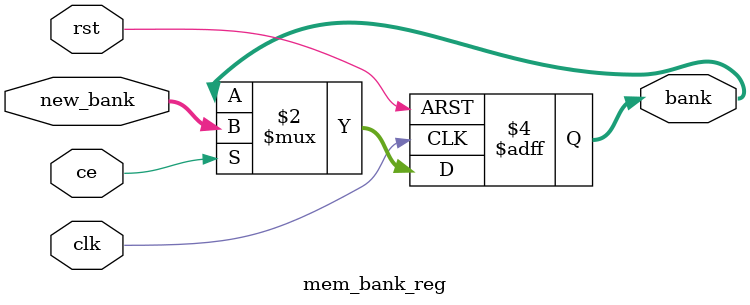
<source format=sv>
`ifndef MEM_BANK_REG_SV
`define MEM_BANK_REG_SV

module mem_bank_reg #(
    parameter int WIDTH = 2
) (
    input logic rst,
    input logic clk,
    input logic ce,
    input logic [WIDTH-1:0] new_bank,
    output logic [WIDTH-1:0] bank
);
    always_ff @(posedge clk, posedge rst) begin
        if (rst)
            bank <= 0;
        else if (ce)
            bank <= new_bank;
    end
endmodule
`endif

</source>
